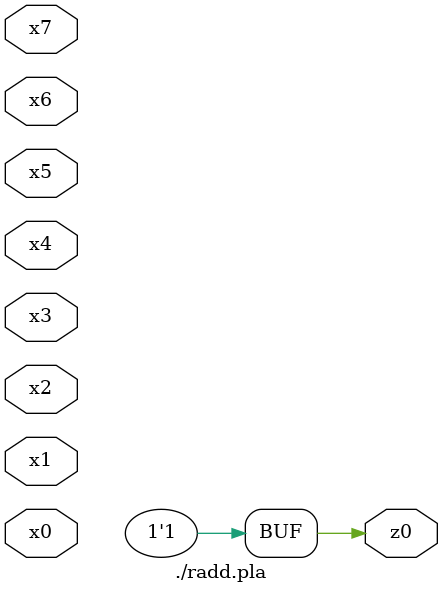
<source format=v>

module \./radd.pla  ( 
    x0, x1, x2, x3, x4, x5, x6, x7,
    z0  );
  input  x0, x1, x2, x3, x4, x5, x6, x7;
  output z0;
  assign z0 = 1'b1;
endmodule



</source>
